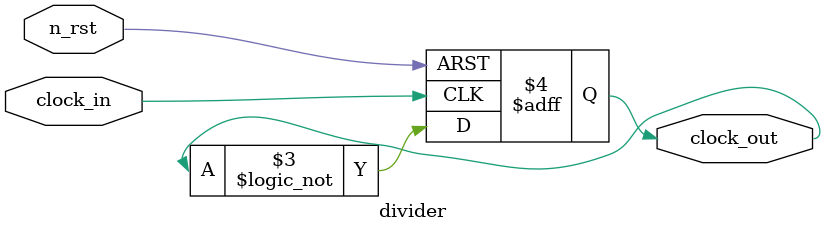
<source format=v>
`ifndef DIVIDER_V
`define DIVIDER_V
`default_nettype none

module divider (
    input  wire clock_in,
    input  wire n_rst,
    output reg  clock_out
);
    always @(posedge clock_in or negedge n_rst) begin
        if (!n_rst) begin
            clock_out <= 1'b0;
        end else begin
            clock_out <= !clock_out;
        end
    end
endmodule
`endif

</source>
